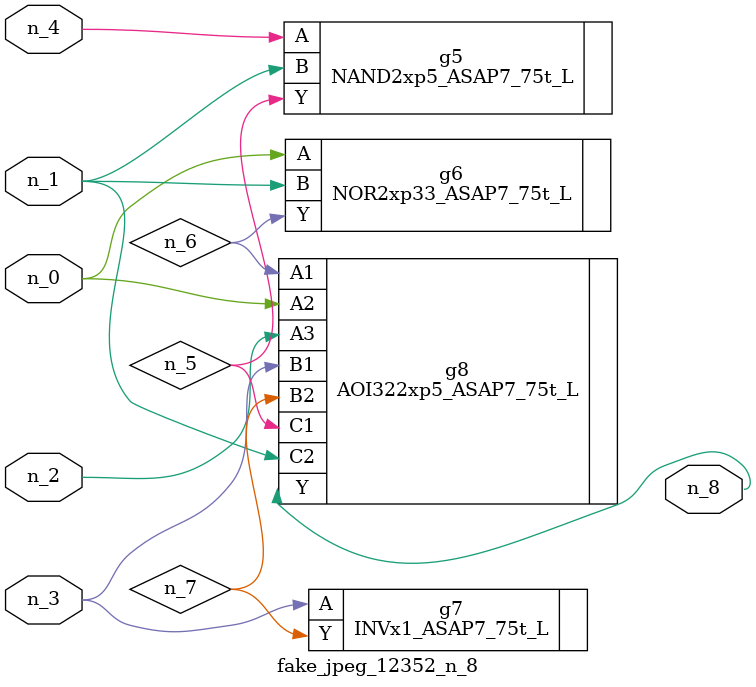
<source format=v>
module fake_jpeg_12352_n_8 (n_3, n_2, n_1, n_0, n_4, n_8);

input n_3;
input n_2;
input n_1;
input n_0;
input n_4;

output n_8;

wire n_6;
wire n_5;
wire n_7;

NAND2xp5_ASAP7_75t_L g5 ( 
.A(n_4),
.B(n_1),
.Y(n_5)
);

NOR2xp33_ASAP7_75t_L g6 ( 
.A(n_0),
.B(n_1),
.Y(n_6)
);

INVx1_ASAP7_75t_L g7 ( 
.A(n_3),
.Y(n_7)
);

AOI322xp5_ASAP7_75t_L g8 ( 
.A1(n_6),
.A2(n_0),
.A3(n_2),
.B1(n_3),
.B2(n_7),
.C1(n_5),
.C2(n_1),
.Y(n_8)
);


endmodule
</source>
